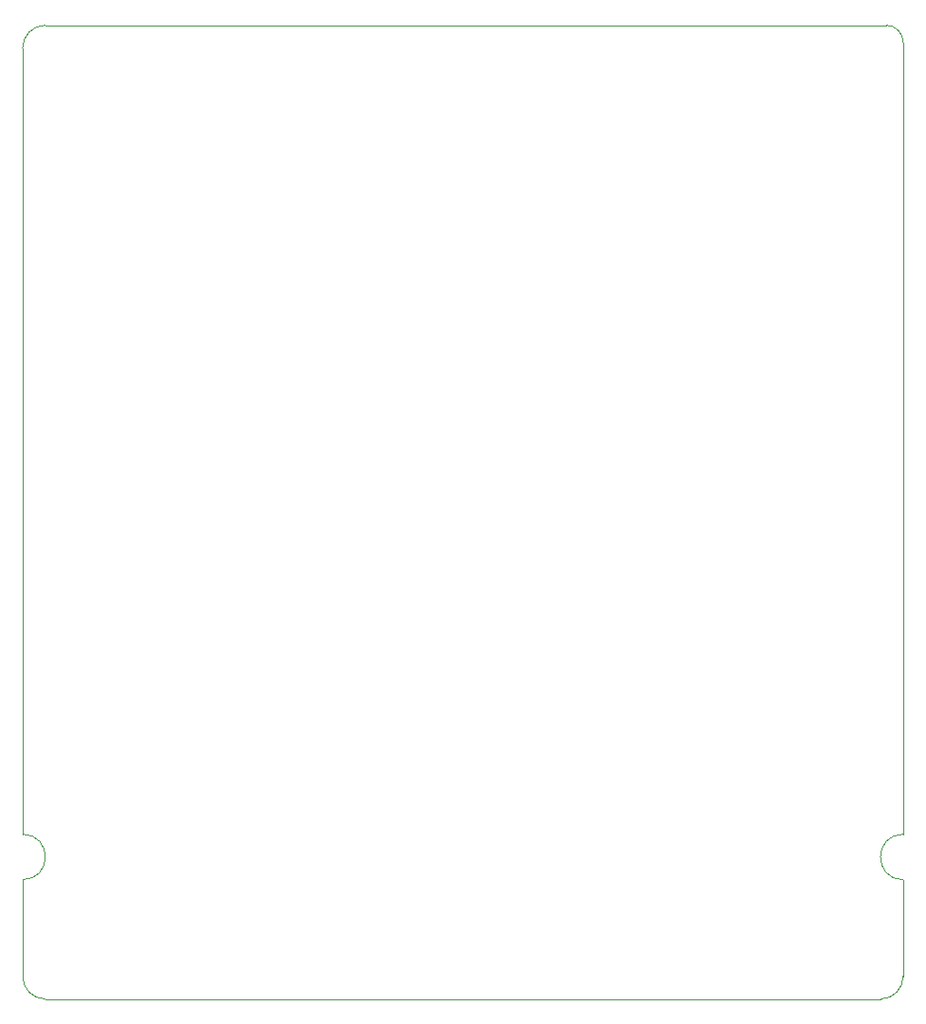
<source format=gm1>
G04 #@! TF.GenerationSoftware,KiCad,Pcbnew,(6.0.7)*
G04 #@! TF.CreationDate,2022-11-19T15:20:26-06:00*
G04 #@! TF.ProjectId,2022-2023MultimediaBoard,32303232-2d32-4303-9233-4d756c74696d,rev?*
G04 #@! TF.SameCoordinates,Original*
G04 #@! TF.FileFunction,Profile,NP*
%FSLAX46Y46*%
G04 Gerber Fmt 4.6, Leading zero omitted, Abs format (unit mm)*
G04 Created by KiCad (PCBNEW (6.0.7)) date 2022-11-19 15:20:26*
%MOMM*%
%LPD*%
G01*
G04 APERTURE LIST*
G04 #@! TA.AperFunction,Profile*
%ADD10C,0.100000*%
G04 #@! TD*
G04 APERTURE END LIST*
D10*
X130556000Y-126492000D02*
X131572000Y-126492000D01*
X133604000Y-111760000D02*
G75*
G03*
X133604000Y-115824000I0J-2032000D01*
G01*
X56894130Y-39451030D02*
G75*
G03*
X54862130Y-41483000I-30J-2031970D01*
G01*
X54864000Y-124460000D02*
G75*
G03*
X56896000Y-126492000I2032000J0D01*
G01*
X131572000Y-126492000D02*
G75*
G03*
X133604000Y-124460000I0J2032000D01*
G01*
X133602130Y-40975000D02*
X133604000Y-101092000D01*
X133602100Y-40975000D02*
G75*
G03*
X132078130Y-39451000I-1524000J0D01*
G01*
X54864000Y-111760000D02*
X54864000Y-52324000D01*
X133604000Y-116332000D02*
X133604000Y-115824000D01*
X54864000Y-115824000D02*
G75*
G03*
X54864000Y-111760000I0J2032000D01*
G01*
X54864000Y-124460000D02*
X54864000Y-115824000D01*
X133604000Y-116332000D02*
X133604000Y-124460000D01*
X131570130Y-39451000D02*
X132078130Y-39451000D01*
X133604000Y-101092000D02*
X133604000Y-111252000D01*
X56896000Y-126492000D02*
X130556000Y-126492000D01*
X133604000Y-111252000D02*
X133604000Y-111760000D01*
X56894130Y-39451000D02*
X131570130Y-39451000D01*
X54862130Y-41483000D02*
X54862130Y-61295000D01*
M02*

</source>
